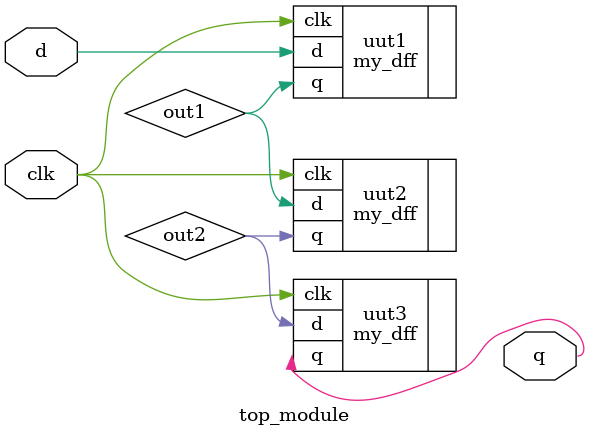
<source format=v>
module top_module ( input clk, input d, output q );
	wire out1, out2;
    my_dff uut1(
        .clk(clk),
        .d(d),
        .q(out1)
    );
    my_dff uut2(
        .clk(clk),
        .d(out1),
        .q(out2)
    );
    my_dff uut3(
        .clk(clk),
        .d(out2),
        .q(q)
    );
    
endmodule
</source>
